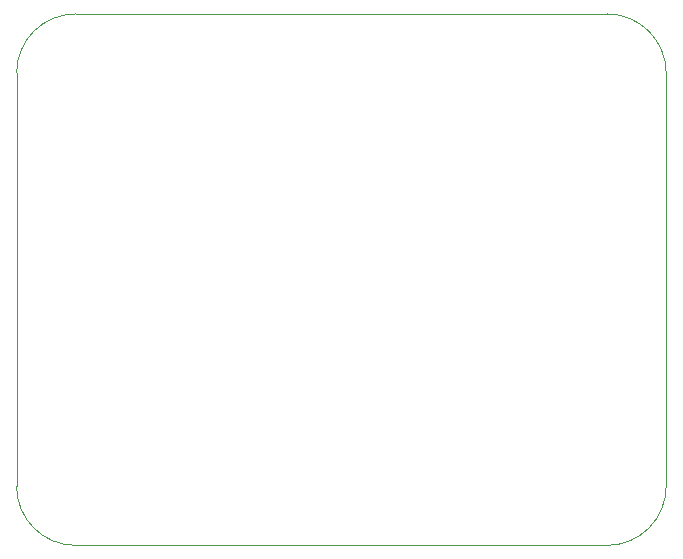
<source format=gbr>
%TF.GenerationSoftware,KiCad,Pcbnew,(5.1.6-0-10_14)*%
%TF.CreationDate,2021-02-23T09:24:48-06:00*%
%TF.ProjectId,MBFrontEnd,4d424672-6f6e-4744-956e-642e6b696361,rev?*%
%TF.SameCoordinates,Original*%
%TF.FileFunction,Profile,NP*%
%FSLAX46Y46*%
G04 Gerber Fmt 4.6, Leading zero omitted, Abs format (unit mm)*
G04 Created by KiCad (PCBNEW (5.1.6-0-10_14)) date 2021-02-23 09:24:48*
%MOMM*%
%LPD*%
G01*
G04 APERTURE LIST*
%TA.AperFunction,Profile*%
%ADD10C,0.050000*%
%TD*%
G04 APERTURE END LIST*
D10*
X60000000Y-150000000D02*
G75*
G02*
X55000000Y-145000000I0J5000000D01*
G01*
X110000000Y-145000000D02*
G75*
G02*
X105000000Y-150000000I-5000000J0D01*
G01*
X110000000Y-110000000D02*
G75*
G03*
X105000000Y-105000000I-5000000J0D01*
G01*
X55000000Y-110000000D02*
G75*
G02*
X60000000Y-105000000I5000000J0D01*
G01*
X55000000Y-110000000D02*
X55000000Y-145000000D01*
X60000000Y-105000000D02*
X105000000Y-105000000D01*
X110000000Y-110000000D02*
X110000000Y-145000000D01*
X60000000Y-150000000D02*
X105000000Y-150000000D01*
M02*

</source>
